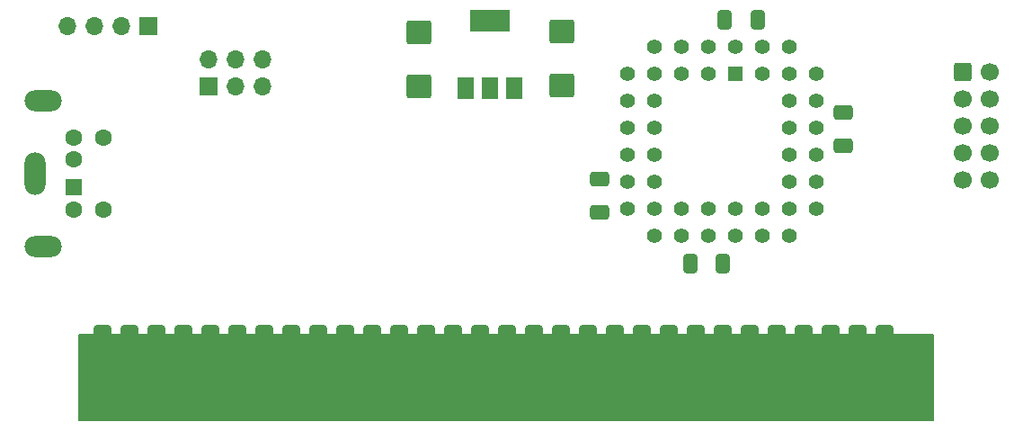
<source format=gbs>
G04 #@! TF.GenerationSoftware,KiCad,Pcbnew,7.0.10-148-g62bb553460*
G04 #@! TF.CreationDate,2024-02-04T12:13:55+03:00*
G04 #@! TF.ProjectId,ZX_BUS_Mouse,5a585f42-5553-45f4-9d6f-7573652e6b69,rev?*
G04 #@! TF.SameCoordinates,Original*
G04 #@! TF.FileFunction,Soldermask,Bot*
G04 #@! TF.FilePolarity,Negative*
%FSLAX46Y46*%
G04 Gerber Fmt 4.6, Leading zero omitted, Abs format (unit mm)*
G04 Created by KiCad (PCBNEW 7.0.10-148-g62bb553460) date 2024-02-04 12:13:55*
%MOMM*%
%LPD*%
G01*
G04 APERTURE LIST*
G04 Aperture macros list*
%AMRoundRect*
0 Rectangle with rounded corners*
0 $1 Rounding radius*
0 $2 $3 $4 $5 $6 $7 $8 $9 X,Y pos of 4 corners*
0 Add a 4 corners polygon primitive as box body*
4,1,4,$2,$3,$4,$5,$6,$7,$8,$9,$2,$3,0*
0 Add four circle primitives for the rounded corners*
1,1,$1+$1,$2,$3*
1,1,$1+$1,$4,$5*
1,1,$1+$1,$6,$7*
1,1,$1+$1,$8,$9*
0 Add four rect primitives between the rounded corners*
20,1,$1+$1,$2,$3,$4,$5,0*
20,1,$1+$1,$4,$5,$6,$7,0*
20,1,$1+$1,$6,$7,$8,$9,0*
20,1,$1+$1,$8,$9,$2,$3,0*%
G04 Aperture macros list end*
%ADD10C,0.150000*%
%ADD11R,1.600000X1.600000*%
%ADD12C,1.600000*%
%ADD13O,3.500000X2.000000*%
%ADD14O,2.000000X4.000000*%
%ADD15R,1.700000X1.700000*%
%ADD16O,1.700000X1.700000*%
%ADD17R,1.422400X1.422400*%
%ADD18C,1.422400*%
%ADD19RoundRect,0.250000X-0.600000X-0.600000X0.600000X-0.600000X0.600000X0.600000X-0.600000X0.600000X0*%
%ADD20C,1.700000*%
%ADD21RoundRect,0.250000X-0.412500X-0.650000X0.412500X-0.650000X0.412500X0.650000X-0.412500X0.650000X0*%
%ADD22R,1.500000X2.000000*%
%ADD23R,3.800000X2.000000*%
%ADD24RoundRect,0.250000X-0.925000X0.875000X-0.925000X-0.875000X0.925000X-0.875000X0.925000X0.875000X0*%
%ADD25RoundRect,0.250000X-0.650000X0.412500X-0.650000X-0.412500X0.650000X-0.412500X0.650000X0.412500X0*%
%ADD26RoundRect,0.250000X0.650000X-0.412500X0.650000X0.412500X-0.650000X0.412500X-0.650000X-0.412500X0*%
%ADD27RoundRect,0.425000X-0.425000X3.575000X-0.425000X-3.575000X0.425000X-3.575000X0.425000X3.575000X0*%
G04 APERTURE END LIST*
D10*
X132200000Y-150000000D02*
X51800000Y-150000000D01*
X51800000Y-142000000D01*
X132200000Y-142000000D01*
X132200000Y-150000000D01*
G36*
X132200000Y-150000000D02*
G01*
X51800000Y-150000000D01*
X51800000Y-142000000D01*
X132200000Y-142000000D01*
X132200000Y-150000000D01*
G37*
D11*
X51300000Y-128100000D03*
D12*
X51300000Y-125500000D03*
X51300000Y-130200000D03*
X51300000Y-123400000D03*
X54100000Y-130200000D03*
X54100000Y-123400000D03*
D13*
X48450000Y-119950000D03*
D14*
X47650000Y-126800000D03*
D13*
X48450000Y-133650000D03*
D15*
X58340000Y-112900000D03*
D16*
X55800000Y-112900000D03*
X53260000Y-112900000D03*
X50720000Y-112900000D03*
D17*
X113570000Y-117468750D03*
D18*
X111030000Y-114928750D03*
X111030000Y-117468750D03*
X108490000Y-114928750D03*
X108490000Y-117468750D03*
X105950000Y-114928750D03*
X103410000Y-117468750D03*
X105950000Y-117468750D03*
X103410000Y-120008750D03*
X105950000Y-120008750D03*
X103410000Y-122548750D03*
X105950000Y-122548750D03*
X103410000Y-125088750D03*
X105950000Y-125088750D03*
X103410000Y-127628750D03*
X105950000Y-127628750D03*
X103410000Y-130168750D03*
X105950000Y-132708750D03*
X105950000Y-130168750D03*
X108490000Y-132708750D03*
X108490000Y-130168750D03*
X111030000Y-132708750D03*
X111030000Y-130168750D03*
X113570000Y-132708750D03*
X113570000Y-130168750D03*
X116110000Y-132708750D03*
X116110000Y-130168750D03*
X118650000Y-132708750D03*
X121190000Y-130168750D03*
X118650000Y-130168750D03*
X121190000Y-127628750D03*
X118650000Y-127628750D03*
X121190000Y-125088750D03*
X118650000Y-125088750D03*
X121190000Y-122548750D03*
X118650000Y-122548750D03*
X121190000Y-120008750D03*
X118650000Y-120008750D03*
X121190000Y-117468750D03*
X118650000Y-114928750D03*
X118650000Y-117468750D03*
X116110000Y-114928750D03*
X116110000Y-117468750D03*
X113570000Y-114928750D03*
D15*
X64025000Y-118575000D03*
D16*
X64025000Y-116035000D03*
X66565000Y-118575000D03*
X66565000Y-116035000D03*
X69105000Y-118575000D03*
X69105000Y-116035000D03*
D19*
X135060000Y-117258750D03*
D20*
X137600000Y-117258750D03*
X135060000Y-119798750D03*
X137600000Y-119798750D03*
X135060000Y-122338750D03*
X137600000Y-122338750D03*
X135060000Y-124878750D03*
X137600000Y-124878750D03*
X135060000Y-127418750D03*
X137600000Y-127418750D03*
D21*
X109337500Y-135318750D03*
X112462500Y-135318750D03*
D22*
X92800000Y-118768750D03*
X90500000Y-118768750D03*
D23*
X90500000Y-112468750D03*
D22*
X88200000Y-118768750D03*
D24*
X83800000Y-113550000D03*
X83800000Y-118650000D03*
D25*
X100800000Y-127356250D03*
X100800000Y-130481250D03*
D24*
X97300000Y-113468750D03*
X97300000Y-118568750D03*
D26*
X123800000Y-124181250D03*
X123800000Y-121056250D03*
D21*
X112637500Y-112318750D03*
X115762500Y-112318750D03*
D27*
X53975000Y-145034000D03*
X56515000Y-145034000D03*
X59055000Y-145034000D03*
X61595000Y-145034000D03*
X64135000Y-145034000D03*
X66675000Y-145034000D03*
X69215000Y-145034000D03*
X71755000Y-145034000D03*
X74295000Y-145034000D03*
X76835000Y-145034000D03*
X79375000Y-145034000D03*
X81915000Y-145034000D03*
X84455000Y-145034000D03*
X86995000Y-145034000D03*
X89535000Y-145034000D03*
X92075000Y-145034000D03*
X94615000Y-145034000D03*
X97155000Y-145034000D03*
X99695000Y-145034000D03*
X102235000Y-145034000D03*
X104775000Y-145034000D03*
X107315000Y-145034000D03*
X109855000Y-145034000D03*
X112395000Y-145034000D03*
X114935000Y-145034000D03*
X117475000Y-145034000D03*
X120015000Y-145034000D03*
X122555000Y-145034000D03*
X125095000Y-145034000D03*
X127635000Y-145034000D03*
M02*

</source>
